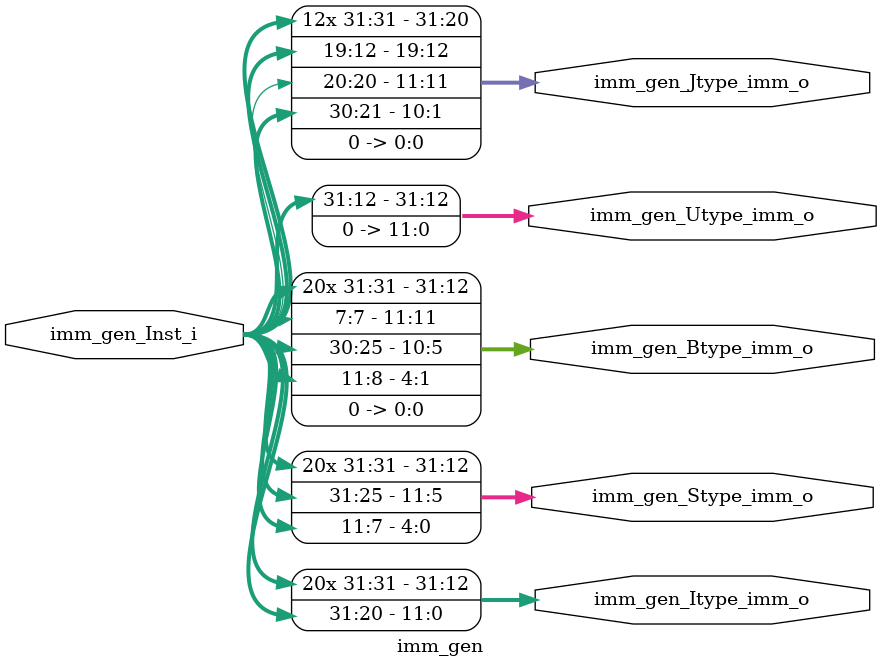
<source format=sv>
`include "RISV_def.svh"
module imm_gen
       (
           input [31:0]imm_gen_Inst_i,
           output reg[31:0]imm_gen_Itype_imm_o,
           output reg[31:0]imm_gen_Stype_imm_o,
           output reg[31:0]imm_gen_Btype_imm_o,
           output reg[31:0]imm_gen_Utype_imm_o,
           output reg[31:0]imm_gen_Jtype_imm_o
       );

//sign extension and generate Imm for each Inst.
always_comb
begin
    imm_gen_Itype_imm_o={{20{imm_gen_Inst_i[31]}},imm_gen_Inst_i[31:20]}; //12bit
    imm_gen_Stype_imm_o={{20{imm_gen_Inst_i[31]}},imm_gen_Inst_i[31:25],imm_gen_Inst_i[11:7]}; //12bit
    imm_gen_Btype_imm_o={{19{imm_gen_Inst_i[31]}}, imm_gen_Inst_i[31], imm_gen_Inst_i[7], imm_gen_Inst_i[30:25], imm_gen_Inst_i[11:8], 1'b0}; //12bit
    imm_gen_Utype_imm_o={imm_gen_Inst_i[31:12],12'b0};  //20bit
    imm_gen_Jtype_imm_o={{12{imm_gen_Inst_i[31]}}, imm_gen_Inst_i[19:12], imm_gen_Inst_i[20], imm_gen_Inst_i[30:21],1'b0}; //20bit
end



endmodule

</source>
